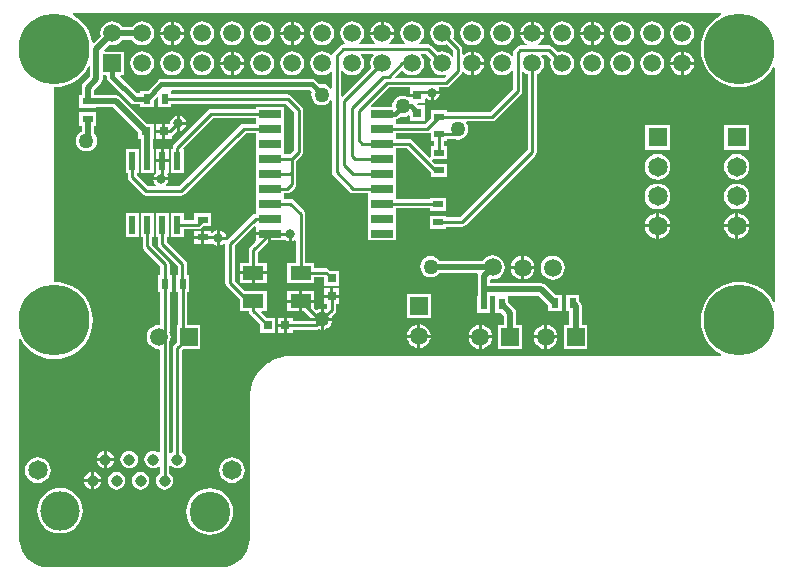
<source format=gtl>
G04*
G04 #@! TF.GenerationSoftware,Altium Limited,Altium Designer,18.1.9 (240)*
G04*
G04 Layer_Physical_Order=1*
G04 Layer_Color=255*
%FSAX25Y25*%
%MOIN*%
G70*
G01*
G75*
%ADD12C,0.01000*%
%ADD16R,0.02362X0.03543*%
%ADD17R,0.02362X0.05906*%
%ADD18R,0.07480X0.02559*%
%ADD19R,0.07087X0.04724*%
%ADD20R,0.03150X0.03150*%
%ADD21R,0.03150X0.03150*%
%ADD22R,0.03543X0.02362*%
%ADD41C,0.02000*%
%ADD42C,0.01575*%
%ADD43R,0.05906X0.05906*%
%ADD44C,0.05906*%
%ADD45C,0.23622*%
%ADD46C,0.06496*%
%ADD47C,0.13110*%
%ADD48C,0.13504*%
%ADD49C,0.03819*%
%ADD50R,0.06496X0.06496*%
%ADD51C,0.05906*%
%ADD52C,0.05910*%
%ADD53R,0.05906X0.05906*%
%ADD54C,0.05000*%
%ADD55C,0.03150*%
G36*
X0630082Y0413824D02*
X0630223Y0413324D01*
X0628793Y0412448D01*
X0627260Y0411138D01*
X0625950Y0409605D01*
X0624896Y0407885D01*
X0624125Y0406022D01*
X0623654Y0404062D01*
X0623496Y0402051D01*
X0623654Y0400041D01*
X0624125Y0398080D01*
X0624896Y0396217D01*
X0625950Y0394498D01*
X0627260Y0392964D01*
X0628793Y0391655D01*
X0630512Y0390601D01*
X0632375Y0389829D01*
X0634336Y0389359D01*
X0636346Y0389201D01*
X0638357Y0389359D01*
X0640317Y0389829D01*
X0642180Y0390601D01*
X0643900Y0391655D01*
X0645433Y0392964D01*
X0646743Y0394498D01*
X0647619Y0395928D01*
X0648119Y0395786D01*
Y0317765D01*
X0647619Y0317624D01*
X0646743Y0319053D01*
X0645433Y0320587D01*
X0643900Y0321896D01*
X0642180Y0322950D01*
X0640317Y0323722D01*
X0638357Y0324192D01*
X0636346Y0324351D01*
X0634336Y0324192D01*
X0632375Y0323722D01*
X0630512Y0322950D01*
X0628793Y0321896D01*
X0627260Y0320587D01*
X0625950Y0319053D01*
X0624896Y0317334D01*
X0624125Y0315471D01*
X0623654Y0313510D01*
X0623496Y0311500D01*
X0623654Y0309490D01*
X0624125Y0307529D01*
X0624896Y0305666D01*
X0625950Y0303947D01*
X0627260Y0302413D01*
X0628793Y0301104D01*
X0630223Y0300227D01*
X0630082Y0299728D01*
X0487008Y0299728D01*
X0486996Y0299725D01*
X0486983Y0299727D01*
X0486211Y0299718D01*
X0486093Y0299693D01*
X0485973Y0299701D01*
X0484442Y0299499D01*
X0484316Y0299457D01*
X0484184Y0299448D01*
X0482692Y0299048D01*
X0482573Y0298990D01*
X0482443Y0298964D01*
X0481016Y0298372D01*
X0480906Y0298299D01*
X0480781Y0298256D01*
X0479443Y0297484D01*
X0479343Y0297396D01*
X0479224Y0297338D01*
X0477998Y0296397D01*
X0477911Y0296298D01*
X0477801Y0296224D01*
X0476709Y0295132D01*
X0476635Y0295022D01*
X0476536Y0294935D01*
X0475595Y0293709D01*
X0475536Y0293590D01*
X0475449Y0293491D01*
X0474677Y0292153D01*
X0474634Y0292027D01*
X0474561Y0291917D01*
X0473969Y0290490D01*
X0473944Y0290360D01*
X0473885Y0290241D01*
X0473485Y0288749D01*
X0473477Y0288617D01*
X0473434Y0288491D01*
X0473232Y0286960D01*
X0473239Y0286860D01*
X0473216Y0286763D01*
X0473191Y0285991D01*
X0473196Y0285958D01*
X0473190Y0285925D01*
Y0239075D01*
X0473190Y0238432D01*
X0473022Y0237158D01*
X0472689Y0235917D01*
X0472198Y0234729D01*
X0471555Y0233616D01*
X0470773Y0232597D01*
X0469864Y0231688D01*
X0468844Y0230906D01*
X0467731Y0230263D01*
X0466544Y0229771D01*
X0465303Y0229438D01*
X0464028Y0229271D01*
X0463386Y0229271D01*
X0405389D01*
X0404115Y0229438D01*
X0402873Y0229771D01*
X0401686Y0230263D01*
X0400573Y0230906D01*
X0399553Y0231688D01*
X0398645Y0232597D01*
X0397862Y0233616D01*
X0397220Y0234729D01*
X0396728Y0235917D01*
X0396395Y0237158D01*
X0396228Y0238432D01*
Y0239075D01*
Y0305235D01*
X0396727Y0305376D01*
X0397604Y0303947D01*
X0398913Y0302413D01*
X0400447Y0301104D01*
X0402166Y0300050D01*
X0404029Y0299278D01*
X0405990Y0298808D01*
X0408000Y0298649D01*
X0410010Y0298808D01*
X0411971Y0299278D01*
X0413834Y0300050D01*
X0415553Y0301104D01*
X0417087Y0302413D01*
X0418396Y0303947D01*
X0419450Y0305666D01*
X0420222Y0307529D01*
X0420692Y0309490D01*
X0420851Y0311500D01*
X0420692Y0313510D01*
X0420222Y0315471D01*
X0419450Y0317334D01*
X0418396Y0319053D01*
X0417087Y0320587D01*
X0415553Y0321896D01*
X0413834Y0322950D01*
X0411971Y0323722D01*
X0410010Y0324192D01*
X0408000Y0324351D01*
Y0389201D01*
X0410010Y0389359D01*
X0411971Y0389829D01*
X0413834Y0390601D01*
X0415553Y0391655D01*
X0417087Y0392964D01*
X0418396Y0394498D01*
X0419450Y0396217D01*
X0419518Y0396380D01*
X0420008Y0396283D01*
Y0392872D01*
X0417653Y0390517D01*
X0417210Y0389855D01*
X0417055Y0389075D01*
Y0386728D01*
X0416323D01*
Y0382366D01*
X0421866D01*
Y0382508D01*
X0427699D01*
X0436008Y0374199D01*
Y0371933D01*
X0436898D01*
Y0368618D01*
X0436756D01*
Y0360713D01*
X0441118D01*
Y0368618D01*
X0440976D01*
Y0371933D01*
X0441157D01*
Y0377083D01*
X0438892D01*
X0429985Y0385989D01*
X0429324Y0386431D01*
X0428543Y0386586D01*
X0421866D01*
Y0386728D01*
X0421134D01*
Y0388230D01*
X0423489Y0390586D01*
X0423931Y0391247D01*
X0424086Y0392028D01*
Y0393232D01*
X0425171D01*
X0425441Y0392815D01*
X0425580Y0392118D01*
X0425975Y0391526D01*
X0433455Y0384046D01*
X0433455Y0384046D01*
X0434047Y0383651D01*
X0434744Y0383512D01*
X0434744Y0383512D01*
X0436697D01*
Y0382563D01*
X0441059D01*
Y0384939D01*
X0442140Y0386020D01*
X0442602Y0385828D01*
Y0382563D01*
X0446965D01*
Y0383805D01*
X0485095D01*
X0487939Y0380961D01*
Y0368448D01*
X0486453Y0366963D01*
X0484563D01*
Y0367653D01*
X0484563Y0367713D01*
Y0368154D01*
X0484563Y0368213D01*
Y0372654D01*
X0484563Y0372713D01*
Y0373153D01*
X0484563Y0373213D01*
Y0377654D01*
X0484563Y0377713D01*
Y0378153D01*
X0484563Y0378213D01*
Y0382713D01*
X0475083D01*
Y0381962D01*
X0460256D01*
X0459671Y0381846D01*
X0459174Y0381515D01*
X0447856Y0370196D01*
X0447524Y0369699D01*
X0447408Y0369114D01*
Y0368618D01*
X0446756D01*
Y0360713D01*
X0451118D01*
Y0368618D01*
X0451118D01*
X0450968Y0368982D01*
X0460889Y0378904D01*
X0475083D01*
Y0378213D01*
X0475083Y0378153D01*
Y0377713D01*
X0475083Y0377654D01*
Y0376962D01*
X0471102D01*
X0470517Y0376846D01*
X0470021Y0376515D01*
X0449697Y0356191D01*
X0445341D01*
X0445189Y0356691D01*
X0445360Y0356805D01*
X0445929Y0357657D01*
X0446030Y0358161D01*
X0440978D01*
X0441079Y0357657D01*
X0441648Y0356805D01*
X0441819Y0356691D01*
X0441667Y0356191D01*
X0439181D01*
X0435466Y0359905D01*
Y0360713D01*
X0436118D01*
Y0368618D01*
X0431756D01*
Y0360713D01*
X0432408D01*
Y0359272D01*
X0432524Y0358686D01*
X0432856Y0358190D01*
X0437466Y0353580D01*
X0437962Y0353249D01*
X0438547Y0353132D01*
X0450331D01*
X0450916Y0353249D01*
X0451412Y0353580D01*
X0471736Y0373904D01*
X0475083D01*
Y0373213D01*
X0475083Y0373153D01*
Y0372713D01*
X0475083Y0372654D01*
Y0368213D01*
X0475083Y0368154D01*
Y0367713D01*
X0475083Y0367653D01*
Y0363154D01*
X0475083D01*
Y0362713D01*
X0475083D01*
Y0358154D01*
X0475083D01*
Y0357713D01*
X0475083D01*
Y0353213D01*
X0475083Y0353153D01*
Y0352713D01*
X0475083Y0352654D01*
Y0348213D01*
X0475083Y0348153D01*
Y0347713D01*
X0475083Y0347654D01*
Y0346962D01*
X0475059D01*
X0474474Y0346846D01*
X0473978Y0346515D01*
X0465681Y0338218D01*
X0465220Y0338464D01*
X0465223Y0338476D01*
X0463197D01*
Y0336451D01*
X0463701Y0336551D01*
X0464536Y0337108D01*
X0464624Y0337087D01*
X0465006Y0336909D01*
Y0323917D01*
X0465123Y0323332D01*
X0465454Y0322836D01*
X0469809Y0318481D01*
Y0314561D01*
X0472835D01*
X0472939Y0314039D01*
X0473271Y0313543D01*
X0476559Y0310254D01*
Y0307268D01*
X0481709D01*
Y0312417D01*
X0478722D01*
X0477041Y0314099D01*
X0477232Y0314561D01*
X0478895D01*
Y0321285D01*
X0471331D01*
X0468065Y0324551D01*
Y0336276D01*
X0474640Y0342851D01*
X0475083Y0342587D01*
Y0340933D01*
X0479823D01*
Y0340433D01*
X0480323D01*
Y0338154D01*
X0484563D01*
Y0338184D01*
X0485063Y0338439D01*
X0485708Y0338008D01*
X0486213Y0337907D01*
Y0340433D01*
X0487213D01*
Y0337907D01*
X0487717Y0338008D01*
X0488071Y0338244D01*
X0488571Y0337977D01*
Y0330734D01*
X0485557D01*
Y0324009D01*
X0494643D01*
Y0325842D01*
X0497819D01*
Y0322917D01*
X0502969D01*
Y0328067D01*
X0499982D01*
X0499596Y0328453D01*
X0499099Y0328785D01*
X0498514Y0328901D01*
X0494643D01*
Y0330734D01*
X0491629D01*
Y0347006D01*
X0491513Y0347592D01*
X0491181Y0348088D01*
X0487755Y0351515D01*
X0487258Y0351846D01*
X0486673Y0351962D01*
X0484563D01*
Y0352654D01*
X0484563Y0352713D01*
Y0353153D01*
X0484563Y0353213D01*
Y0353904D01*
X0485650D01*
X0486235Y0354020D01*
X0486731Y0354352D01*
X0488168Y0355789D01*
X0488500Y0356285D01*
X0488616Y0356870D01*
Y0361102D01*
Y0364800D01*
X0490550Y0366734D01*
X0490881Y0367230D01*
X0490998Y0367815D01*
Y0381594D01*
X0490881Y0382180D01*
X0490550Y0382676D01*
X0486810Y0386416D01*
X0486314Y0386748D01*
X0485728Y0386864D01*
X0446965D01*
Y0388106D01*
X0447370Y0388335D01*
X0493044D01*
X0493726Y0387653D01*
X0493615Y0386811D01*
X0493736Y0385897D01*
X0494088Y0385046D01*
X0494649Y0384315D01*
X0495381Y0383754D01*
X0496232Y0383401D01*
X0497146Y0383281D01*
X0498059Y0383401D01*
X0498911Y0383754D01*
X0499642Y0384315D01*
X0500037Y0384830D01*
X0500537Y0384661D01*
Y0360925D01*
X0500654Y0360340D01*
X0500985Y0359844D01*
X0506478Y0354352D01*
X0506974Y0354020D01*
X0507559Y0353904D01*
X0512484D01*
Y0353213D01*
X0512484Y0353153D01*
Y0352713D01*
X0512484Y0352654D01*
Y0348213D01*
X0512484Y0348153D01*
Y0347713D01*
X0512484Y0347654D01*
Y0343213D01*
X0512484Y0343154D01*
Y0342713D01*
X0512484Y0342653D01*
Y0338154D01*
X0521965D01*
Y0342653D01*
X0521965Y0342713D01*
Y0343154D01*
X0521965Y0343213D01*
Y0347654D01*
X0521965Y0347713D01*
Y0348153D01*
X0521965Y0348213D01*
Y0348904D01*
X0533153D01*
Y0348016D01*
X0538697D01*
Y0352378D01*
X0533153D01*
Y0351962D01*
X0521965D01*
Y0352654D01*
X0521965Y0352713D01*
Y0353153D01*
X0521965Y0353213D01*
Y0357713D01*
X0521965D01*
Y0358154D01*
X0521965D01*
Y0362713D01*
X0521965D01*
Y0363154D01*
X0521965D01*
Y0367713D01*
X0521965D01*
Y0368154D01*
X0521965D01*
Y0368904D01*
X0525489D01*
X0533449Y0360943D01*
Y0359335D01*
X0538992D01*
Y0363697D01*
X0535021D01*
X0533940Y0364778D01*
X0534131Y0365240D01*
X0538992D01*
Y0369602D01*
X0537750D01*
Y0371342D01*
X0538992D01*
Y0371994D01*
X0540748D01*
X0541150Y0372074D01*
X0541606Y0371885D01*
X0542520Y0371765D01*
X0543433Y0371885D01*
X0544285Y0372238D01*
X0545016Y0372799D01*
X0545577Y0373530D01*
X0545930Y0374382D01*
X0546050Y0375295D01*
X0545930Y0376209D01*
X0545577Y0377060D01*
X0545317Y0377400D01*
X0545563Y0377900D01*
X0553839D01*
X0554424Y0378016D01*
X0554920Y0378348D01*
X0563483Y0386911D01*
X0563814Y0387407D01*
X0563931Y0387992D01*
Y0394258D01*
X0564404Y0394418D01*
X0564445Y0394366D01*
X0565270Y0393732D01*
X0565734Y0393540D01*
Y0368193D01*
X0543363Y0345821D01*
X0538697D01*
Y0346472D01*
X0533153D01*
Y0342110D01*
X0538697D01*
Y0342762D01*
X0543996D01*
X0544581Y0342878D01*
X0545078Y0343210D01*
X0568345Y0366478D01*
X0568677Y0366974D01*
X0568793Y0367559D01*
Y0393540D01*
X0569257Y0393732D01*
X0570083Y0394366D01*
X0570716Y0395192D01*
X0571115Y0396153D01*
X0571251Y0397185D01*
X0571115Y0398217D01*
X0570716Y0399179D01*
X0570387Y0399608D01*
X0570633Y0400108D01*
X0572178D01*
X0573605Y0398681D01*
X0573413Y0398217D01*
X0573277Y0397185D01*
X0573413Y0396153D01*
X0573811Y0395192D01*
X0574445Y0394366D01*
X0575270Y0393732D01*
X0576232Y0393334D01*
X0577264Y0393198D01*
X0578296Y0393334D01*
X0579257Y0393732D01*
X0580083Y0394366D01*
X0580717Y0395192D01*
X0581115Y0396153D01*
X0581251Y0397185D01*
X0581115Y0398217D01*
X0580717Y0399179D01*
X0580083Y0400004D01*
X0579257Y0400638D01*
X0578296Y0401036D01*
X0577264Y0401172D01*
X0576232Y0401036D01*
X0575768Y0400844D01*
X0573892Y0402719D01*
X0573396Y0403051D01*
X0572811Y0403167D01*
X0569199D01*
X0569100Y0403667D01*
X0569257Y0403732D01*
X0570083Y0404366D01*
X0570716Y0405192D01*
X0571115Y0406153D01*
X0571185Y0406685D01*
X0563343D01*
X0563413Y0406153D01*
X0563811Y0405192D01*
X0564445Y0404366D01*
X0565270Y0403732D01*
X0565428Y0403667D01*
X0565328Y0403167D01*
X0563350D01*
X0562765Y0403051D01*
X0562269Y0402719D01*
X0561320Y0401770D01*
X0560989Y0401274D01*
X0560872Y0400689D01*
Y0399797D01*
X0560372Y0399627D01*
X0560083Y0400004D01*
X0559257Y0400638D01*
X0558296Y0401036D01*
X0557264Y0401172D01*
X0556232Y0401036D01*
X0555270Y0400638D01*
X0554445Y0400004D01*
X0553811Y0399179D01*
X0553413Y0398217D01*
X0553277Y0397185D01*
X0553413Y0396153D01*
X0553811Y0395192D01*
X0554445Y0394366D01*
X0555270Y0393732D01*
X0556232Y0393334D01*
X0557264Y0393198D01*
X0558296Y0393334D01*
X0559257Y0393732D01*
X0560083Y0394366D01*
X0560372Y0394743D01*
X0560872Y0394573D01*
Y0388626D01*
X0553205Y0380959D01*
X0538992D01*
Y0381610D01*
X0533449D01*
Y0378820D01*
X0531591Y0376962D01*
X0521965D01*
Y0377713D01*
X0521965D01*
Y0378154D01*
X0521965D01*
Y0378669D01*
X0522371Y0378749D01*
X0522962Y0379144D01*
X0523272Y0379455D01*
X0524114Y0379344D01*
X0525028Y0379464D01*
X0525879Y0379817D01*
X0526012Y0379919D01*
X0526461Y0379698D01*
Y0378134D01*
X0531610D01*
Y0383283D01*
X0529103D01*
X0528880Y0383562D01*
X0529090Y0384039D01*
X0531610D01*
Y0385379D01*
X0532047Y0385527D01*
X0532110Y0385539D01*
X0532952Y0384976D01*
X0533457Y0384876D01*
Y0387402D01*
X0533957D01*
Y0387902D01*
X0536482D01*
X0536382Y0388406D01*
X0536144Y0388762D01*
X0536380Y0389203D01*
X0538665D01*
X0539251Y0389319D01*
X0539747Y0389651D01*
X0543601Y0393505D01*
X0543933Y0394001D01*
X0543966Y0394168D01*
X0544240Y0394282D01*
X0544506Y0394319D01*
X0545270Y0393732D01*
X0546232Y0393334D01*
X0546764Y0393264D01*
Y0397185D01*
Y0401106D01*
X0546232Y0401036D01*
X0545270Y0400638D01*
X0544549Y0400084D01*
X0544049Y0400243D01*
Y0401929D01*
X0543933Y0402514D01*
X0543601Y0403011D01*
X0540923Y0405689D01*
X0541115Y0406153D01*
X0541251Y0407185D01*
X0541115Y0408217D01*
X0540717Y0409178D01*
X0540083Y0410004D01*
X0539257Y0410638D01*
X0538296Y0411036D01*
X0537264Y0411172D01*
X0536232Y0411036D01*
X0535270Y0410638D01*
X0534445Y0410004D01*
X0533811Y0409178D01*
X0533413Y0408217D01*
X0533277Y0407185D01*
X0533413Y0406153D01*
X0533811Y0405192D01*
X0534445Y0404366D01*
X0535270Y0403732D01*
X0536232Y0403334D01*
X0537264Y0403198D01*
X0538296Y0403334D01*
X0538760Y0403526D01*
X0540990Y0401296D01*
Y0399643D01*
X0540490Y0399473D01*
X0540083Y0400004D01*
X0539257Y0400638D01*
X0538296Y0401036D01*
X0537264Y0401172D01*
X0536232Y0401036D01*
X0535768Y0400844D01*
X0533562Y0403050D01*
X0533066Y0403381D01*
X0532480Y0403498D01*
X0529773D01*
X0529603Y0403998D01*
X0530083Y0404366D01*
X0530717Y0405192D01*
X0531115Y0406153D01*
X0531251Y0407185D01*
X0531115Y0408217D01*
X0530717Y0409178D01*
X0530083Y0410004D01*
X0529257Y0410638D01*
X0528296Y0411036D01*
X0527264Y0411172D01*
X0526232Y0411036D01*
X0525270Y0410638D01*
X0524445Y0410004D01*
X0523811Y0409178D01*
X0523413Y0408217D01*
X0523277Y0407185D01*
X0523413Y0406153D01*
X0523811Y0405192D01*
X0524445Y0404366D01*
X0524924Y0403998D01*
X0524754Y0403498D01*
X0519773D01*
X0519603Y0403998D01*
X0520083Y0404366D01*
X0520716Y0405192D01*
X0521115Y0406153D01*
X0521185Y0406685D01*
X0513343D01*
X0513413Y0406153D01*
X0513811Y0405192D01*
X0514445Y0404366D01*
X0514924Y0403998D01*
X0514754Y0403498D01*
X0509773D01*
X0509603Y0403998D01*
X0510083Y0404366D01*
X0510716Y0405192D01*
X0511115Y0406153D01*
X0511251Y0407185D01*
X0511115Y0408217D01*
X0510716Y0409178D01*
X0510083Y0410004D01*
X0509257Y0410638D01*
X0508296Y0411036D01*
X0507264Y0411172D01*
X0506232Y0411036D01*
X0505270Y0410638D01*
X0504445Y0410004D01*
X0503811Y0409178D01*
X0503413Y0408217D01*
X0503277Y0407185D01*
X0503413Y0406153D01*
X0503811Y0405192D01*
X0504445Y0404366D01*
X0504924Y0403998D01*
X0504754Y0403498D01*
X0504331D01*
X0503745Y0403381D01*
X0503249Y0403050D01*
X0500985Y0400786D01*
X0500654Y0400290D01*
X0500621Y0400124D01*
X0500086Y0400000D01*
X0500083Y0400004D01*
X0499257Y0400638D01*
X0498296Y0401036D01*
X0497264Y0401172D01*
X0496232Y0401036D01*
X0495270Y0400638D01*
X0494445Y0400004D01*
X0493811Y0399179D01*
X0493413Y0398217D01*
X0493277Y0397185D01*
X0493413Y0396153D01*
X0493811Y0395192D01*
X0494445Y0394366D01*
X0495270Y0393732D01*
X0496232Y0393334D01*
X0497264Y0393198D01*
X0498296Y0393334D01*
X0499257Y0393732D01*
X0500037Y0394331D01*
X0500406Y0394256D01*
X0500537Y0394212D01*
Y0388961D01*
X0500037Y0388792D01*
X0499642Y0389307D01*
X0498911Y0389868D01*
X0498059Y0390221D01*
X0497146Y0390341D01*
X0496304Y0390230D01*
X0495088Y0391446D01*
X0494497Y0391841D01*
X0493799Y0391980D01*
X0493799Y0391980D01*
X0443701D01*
X0443701Y0391980D01*
X0443003Y0391841D01*
X0442412Y0391446D01*
X0442412Y0391446D01*
X0439072Y0388106D01*
X0436697D01*
Y0387157D01*
X0435499D01*
X0429886Y0392770D01*
X0430077Y0393232D01*
X0431216D01*
Y0401138D01*
X0424754D01*
X0424562Y0401600D01*
X0426289Y0403327D01*
X0427264Y0403198D01*
X0428296Y0403334D01*
X0429257Y0403732D01*
X0430083Y0404366D01*
X0430681Y0405146D01*
X0433846D01*
X0434445Y0404366D01*
X0435270Y0403732D01*
X0436232Y0403334D01*
X0437264Y0403198D01*
X0438296Y0403334D01*
X0439257Y0403732D01*
X0440083Y0404366D01*
X0440717Y0405192D01*
X0441115Y0406153D01*
X0441251Y0407185D01*
X0441115Y0408217D01*
X0440717Y0409178D01*
X0440083Y0410004D01*
X0439257Y0410638D01*
X0438296Y0411036D01*
X0437264Y0411172D01*
X0436232Y0411036D01*
X0435270Y0410638D01*
X0434445Y0410004D01*
X0433846Y0409224D01*
X0430681D01*
X0430083Y0410004D01*
X0429257Y0410638D01*
X0428296Y0411036D01*
X0427264Y0411172D01*
X0426232Y0411036D01*
X0425270Y0410638D01*
X0424445Y0410004D01*
X0423811Y0409178D01*
X0423413Y0408217D01*
X0423277Y0407185D01*
X0423405Y0406210D01*
X0421142Y0403947D01*
X0420665Y0404177D01*
X0420222Y0406022D01*
X0419450Y0407885D01*
X0418396Y0409605D01*
X0417087Y0411138D01*
X0415553Y0412448D01*
X0414124Y0413324D01*
X0414265Y0413824D01*
X0630082Y0413824D01*
D02*
G37*
G36*
X0533605Y0398681D02*
X0533413Y0398217D01*
X0533277Y0397185D01*
X0533413Y0396153D01*
X0533811Y0395192D01*
X0534445Y0394366D01*
X0535270Y0393732D01*
X0536232Y0393334D01*
X0537264Y0393198D01*
X0538296Y0393334D01*
X0538469Y0393406D01*
X0538752Y0392982D01*
X0538032Y0392262D01*
X0521900D01*
X0521708Y0392724D01*
X0523702Y0394717D01*
X0524200Y0394684D01*
X0524445Y0394366D01*
X0525270Y0393732D01*
X0526232Y0393334D01*
X0527264Y0393198D01*
X0528296Y0393334D01*
X0529257Y0393732D01*
X0530083Y0394366D01*
X0530717Y0395192D01*
X0531115Y0396153D01*
X0531251Y0397185D01*
X0531115Y0398217D01*
X0530717Y0399179D01*
X0530133Y0399939D01*
X0530254Y0400439D01*
X0531847D01*
X0533605Y0398681D01*
D02*
G37*
G36*
X0514395Y0399939D02*
X0513811Y0399179D01*
X0513413Y0398217D01*
X0513277Y0397185D01*
X0513413Y0396153D01*
X0513605Y0395689D01*
X0504058Y0386142D01*
X0503596Y0386334D01*
Y0394650D01*
X0504096Y0394820D01*
X0504445Y0394366D01*
X0505270Y0393732D01*
X0506232Y0393334D01*
X0507264Y0393198D01*
X0508296Y0393334D01*
X0509257Y0393732D01*
X0510083Y0394366D01*
X0510716Y0395192D01*
X0511115Y0396153D01*
X0511251Y0397185D01*
X0511115Y0398217D01*
X0510716Y0399179D01*
X0510133Y0399939D01*
X0510253Y0400439D01*
X0514274D01*
X0514395Y0399939D01*
D02*
G37*
G36*
X0526461Y0389189D02*
Y0387114D01*
X0529035D01*
Y0386114D01*
X0526461D01*
Y0386050D01*
X0526012Y0385829D01*
X0525879Y0385931D01*
X0525028Y0386284D01*
X0524114Y0386404D01*
X0523201Y0386284D01*
X0522349Y0385931D01*
X0521618Y0385370D01*
X0521057Y0384639D01*
X0520704Y0383788D01*
X0520584Y0382874D01*
X0520442Y0382713D01*
X0513678D01*
X0513487Y0383174D01*
X0519515Y0389203D01*
X0525966D01*
X0526461Y0389189D01*
D02*
G37*
G36*
X0533449Y0373846D02*
Y0371342D01*
X0534691D01*
Y0369602D01*
X0533449D01*
Y0365922D01*
X0532987Y0365731D01*
X0527204Y0371515D01*
X0526707Y0371846D01*
X0526122Y0371962D01*
X0521965D01*
Y0372713D01*
X0521965D01*
Y0373154D01*
X0521965D01*
Y0373904D01*
X0532224D01*
X0532810Y0374020D01*
X0532949Y0374113D01*
X0533449Y0373846D01*
D02*
G37*
%LPC*%
G36*
X0587764Y0411106D02*
Y0407685D01*
X0591185D01*
X0591115Y0408217D01*
X0590717Y0409178D01*
X0590083Y0410004D01*
X0589257Y0410638D01*
X0588296Y0411036D01*
X0587764Y0411106D01*
D02*
G37*
G36*
X0586764D02*
X0586232Y0411036D01*
X0585270Y0410638D01*
X0584445Y0410004D01*
X0583811Y0409178D01*
X0583413Y0408217D01*
X0583343Y0407685D01*
X0586764D01*
Y0411106D01*
D02*
G37*
G36*
X0567764D02*
Y0407685D01*
X0571185D01*
X0571115Y0408217D01*
X0570716Y0409178D01*
X0570083Y0410004D01*
X0569257Y0410638D01*
X0568296Y0411036D01*
X0567764Y0411106D01*
D02*
G37*
G36*
X0566764D02*
X0566232Y0411036D01*
X0565270Y0410638D01*
X0564445Y0410004D01*
X0563811Y0409178D01*
X0563413Y0408217D01*
X0563343Y0407685D01*
X0566764D01*
Y0411106D01*
D02*
G37*
G36*
X0517764D02*
Y0407685D01*
X0521185D01*
X0521115Y0408217D01*
X0520716Y0409178D01*
X0520083Y0410004D01*
X0519257Y0410638D01*
X0518296Y0411036D01*
X0517764Y0411106D01*
D02*
G37*
G36*
X0516764D02*
X0516232Y0411036D01*
X0515270Y0410638D01*
X0514445Y0410004D01*
X0513811Y0409178D01*
X0513413Y0408217D01*
X0513343Y0407685D01*
X0516764D01*
Y0411106D01*
D02*
G37*
G36*
X0487764D02*
Y0407685D01*
X0491185D01*
X0491115Y0408217D01*
X0490717Y0409178D01*
X0490083Y0410004D01*
X0489257Y0410638D01*
X0488296Y0411036D01*
X0487764Y0411106D01*
D02*
G37*
G36*
X0486764D02*
X0486232Y0411036D01*
X0485270Y0410638D01*
X0484445Y0410004D01*
X0483811Y0409178D01*
X0483413Y0408217D01*
X0483343Y0407685D01*
X0486764D01*
Y0411106D01*
D02*
G37*
G36*
X0447764D02*
Y0407685D01*
X0451185D01*
X0451115Y0408217D01*
X0450716Y0409178D01*
X0450083Y0410004D01*
X0449257Y0410638D01*
X0448296Y0411036D01*
X0447764Y0411106D01*
D02*
G37*
G36*
X0446764D02*
X0446232Y0411036D01*
X0445270Y0410638D01*
X0444445Y0410004D01*
X0443811Y0409178D01*
X0443413Y0408217D01*
X0443343Y0407685D01*
X0446764D01*
Y0411106D01*
D02*
G37*
G36*
X0591185Y0406685D02*
X0587764D01*
Y0403264D01*
X0588296Y0403334D01*
X0589257Y0403732D01*
X0590083Y0404366D01*
X0590717Y0405192D01*
X0591115Y0406153D01*
X0591185Y0406685D01*
D02*
G37*
G36*
X0586764D02*
X0583343D01*
X0583413Y0406153D01*
X0583811Y0405192D01*
X0584445Y0404366D01*
X0585270Y0403732D01*
X0586232Y0403334D01*
X0586764Y0403264D01*
Y0406685D01*
D02*
G37*
G36*
X0491185D02*
X0487764D01*
Y0403264D01*
X0488296Y0403334D01*
X0489257Y0403732D01*
X0490083Y0404366D01*
X0490717Y0405192D01*
X0491115Y0406153D01*
X0491185Y0406685D01*
D02*
G37*
G36*
X0486764D02*
X0483343D01*
X0483413Y0406153D01*
X0483811Y0405192D01*
X0484445Y0404366D01*
X0485270Y0403732D01*
X0486232Y0403334D01*
X0486764Y0403264D01*
Y0406685D01*
D02*
G37*
G36*
X0451185D02*
X0447764D01*
Y0403264D01*
X0448296Y0403334D01*
X0449257Y0403732D01*
X0450083Y0404366D01*
X0450716Y0405192D01*
X0451115Y0406153D01*
X0451185Y0406685D01*
D02*
G37*
G36*
X0446764D02*
X0443343D01*
X0443413Y0406153D01*
X0443811Y0405192D01*
X0444445Y0404366D01*
X0445270Y0403732D01*
X0446232Y0403334D01*
X0446764Y0403264D01*
Y0406685D01*
D02*
G37*
G36*
X0617264Y0411172D02*
X0616232Y0411036D01*
X0615270Y0410638D01*
X0614445Y0410004D01*
X0613811Y0409178D01*
X0613413Y0408217D01*
X0613277Y0407185D01*
X0613413Y0406153D01*
X0613811Y0405192D01*
X0614445Y0404366D01*
X0615270Y0403732D01*
X0616232Y0403334D01*
X0617264Y0403198D01*
X0618296Y0403334D01*
X0619257Y0403732D01*
X0620083Y0404366D01*
X0620716Y0405192D01*
X0621115Y0406153D01*
X0621251Y0407185D01*
X0621115Y0408217D01*
X0620716Y0409178D01*
X0620083Y0410004D01*
X0619257Y0410638D01*
X0618296Y0411036D01*
X0617264Y0411172D01*
D02*
G37*
G36*
X0607264D02*
X0606232Y0411036D01*
X0605270Y0410638D01*
X0604445Y0410004D01*
X0603811Y0409178D01*
X0603413Y0408217D01*
X0603277Y0407185D01*
X0603413Y0406153D01*
X0603811Y0405192D01*
X0604445Y0404366D01*
X0605270Y0403732D01*
X0606232Y0403334D01*
X0607264Y0403198D01*
X0608296Y0403334D01*
X0609257Y0403732D01*
X0610083Y0404366D01*
X0610716Y0405192D01*
X0611115Y0406153D01*
X0611251Y0407185D01*
X0611115Y0408217D01*
X0610716Y0409178D01*
X0610083Y0410004D01*
X0609257Y0410638D01*
X0608296Y0411036D01*
X0607264Y0411172D01*
D02*
G37*
G36*
X0597264D02*
X0596232Y0411036D01*
X0595270Y0410638D01*
X0594445Y0410004D01*
X0593811Y0409178D01*
X0593413Y0408217D01*
X0593277Y0407185D01*
X0593413Y0406153D01*
X0593811Y0405192D01*
X0594445Y0404366D01*
X0595270Y0403732D01*
X0596232Y0403334D01*
X0597264Y0403198D01*
X0598296Y0403334D01*
X0599257Y0403732D01*
X0600083Y0404366D01*
X0600716Y0405192D01*
X0601115Y0406153D01*
X0601251Y0407185D01*
X0601115Y0408217D01*
X0600716Y0409178D01*
X0600083Y0410004D01*
X0599257Y0410638D01*
X0598296Y0411036D01*
X0597264Y0411172D01*
D02*
G37*
G36*
X0577264D02*
X0576232Y0411036D01*
X0575270Y0410638D01*
X0574445Y0410004D01*
X0573811Y0409178D01*
X0573413Y0408217D01*
X0573277Y0407185D01*
X0573413Y0406153D01*
X0573811Y0405192D01*
X0574445Y0404366D01*
X0575270Y0403732D01*
X0576232Y0403334D01*
X0577264Y0403198D01*
X0578296Y0403334D01*
X0579257Y0403732D01*
X0580083Y0404366D01*
X0580717Y0405192D01*
X0581115Y0406153D01*
X0581251Y0407185D01*
X0581115Y0408217D01*
X0580717Y0409178D01*
X0580083Y0410004D01*
X0579257Y0410638D01*
X0578296Y0411036D01*
X0577264Y0411172D01*
D02*
G37*
G36*
X0557264D02*
X0556232Y0411036D01*
X0555270Y0410638D01*
X0554445Y0410004D01*
X0553811Y0409178D01*
X0553413Y0408217D01*
X0553277Y0407185D01*
X0553413Y0406153D01*
X0553811Y0405192D01*
X0554445Y0404366D01*
X0555270Y0403732D01*
X0556232Y0403334D01*
X0557264Y0403198D01*
X0558296Y0403334D01*
X0559257Y0403732D01*
X0560083Y0404366D01*
X0560716Y0405192D01*
X0561115Y0406153D01*
X0561251Y0407185D01*
X0561115Y0408217D01*
X0560716Y0409178D01*
X0560083Y0410004D01*
X0559257Y0410638D01*
X0558296Y0411036D01*
X0557264Y0411172D01*
D02*
G37*
G36*
X0547264D02*
X0546232Y0411036D01*
X0545270Y0410638D01*
X0544445Y0410004D01*
X0543811Y0409178D01*
X0543413Y0408217D01*
X0543277Y0407185D01*
X0543413Y0406153D01*
X0543811Y0405192D01*
X0544445Y0404366D01*
X0545270Y0403732D01*
X0546232Y0403334D01*
X0547264Y0403198D01*
X0548296Y0403334D01*
X0549257Y0403732D01*
X0550083Y0404366D01*
X0550716Y0405192D01*
X0551115Y0406153D01*
X0551251Y0407185D01*
X0551115Y0408217D01*
X0550716Y0409178D01*
X0550083Y0410004D01*
X0549257Y0410638D01*
X0548296Y0411036D01*
X0547264Y0411172D01*
D02*
G37*
G36*
X0497264D02*
X0496232Y0411036D01*
X0495270Y0410638D01*
X0494445Y0410004D01*
X0493811Y0409178D01*
X0493413Y0408217D01*
X0493277Y0407185D01*
X0493413Y0406153D01*
X0493811Y0405192D01*
X0494445Y0404366D01*
X0495270Y0403732D01*
X0496232Y0403334D01*
X0497264Y0403198D01*
X0498296Y0403334D01*
X0499257Y0403732D01*
X0500083Y0404366D01*
X0500716Y0405192D01*
X0501115Y0406153D01*
X0501251Y0407185D01*
X0501115Y0408217D01*
X0500716Y0409178D01*
X0500083Y0410004D01*
X0499257Y0410638D01*
X0498296Y0411036D01*
X0497264Y0411172D01*
D02*
G37*
G36*
X0477264D02*
X0476232Y0411036D01*
X0475270Y0410638D01*
X0474445Y0410004D01*
X0473811Y0409178D01*
X0473413Y0408217D01*
X0473277Y0407185D01*
X0473413Y0406153D01*
X0473811Y0405192D01*
X0474445Y0404366D01*
X0475270Y0403732D01*
X0476232Y0403334D01*
X0477264Y0403198D01*
X0478296Y0403334D01*
X0479257Y0403732D01*
X0480083Y0404366D01*
X0480717Y0405192D01*
X0481115Y0406153D01*
X0481251Y0407185D01*
X0481115Y0408217D01*
X0480717Y0409178D01*
X0480083Y0410004D01*
X0479257Y0410638D01*
X0478296Y0411036D01*
X0477264Y0411172D01*
D02*
G37*
G36*
X0467264D02*
X0466232Y0411036D01*
X0465270Y0410638D01*
X0464445Y0410004D01*
X0463811Y0409178D01*
X0463413Y0408217D01*
X0463277Y0407185D01*
X0463413Y0406153D01*
X0463811Y0405192D01*
X0464445Y0404366D01*
X0465270Y0403732D01*
X0466232Y0403334D01*
X0467264Y0403198D01*
X0468296Y0403334D01*
X0469257Y0403732D01*
X0470083Y0404366D01*
X0470716Y0405192D01*
X0471115Y0406153D01*
X0471251Y0407185D01*
X0471115Y0408217D01*
X0470716Y0409178D01*
X0470083Y0410004D01*
X0469257Y0410638D01*
X0468296Y0411036D01*
X0467264Y0411172D01*
D02*
G37*
G36*
X0457264D02*
X0456232Y0411036D01*
X0455270Y0410638D01*
X0454445Y0410004D01*
X0453811Y0409178D01*
X0453413Y0408217D01*
X0453277Y0407185D01*
X0453413Y0406153D01*
X0453811Y0405192D01*
X0454445Y0404366D01*
X0455270Y0403732D01*
X0456232Y0403334D01*
X0457264Y0403198D01*
X0458296Y0403334D01*
X0459257Y0403732D01*
X0460083Y0404366D01*
X0460716Y0405192D01*
X0461115Y0406153D01*
X0461251Y0407185D01*
X0461115Y0408217D01*
X0460716Y0409178D01*
X0460083Y0410004D01*
X0459257Y0410638D01*
X0458296Y0411036D01*
X0457264Y0411172D01*
D02*
G37*
G36*
X0617764Y0401106D02*
Y0397685D01*
X0621185D01*
X0621115Y0398217D01*
X0620716Y0399179D01*
X0620083Y0400004D01*
X0619257Y0400638D01*
X0618296Y0401036D01*
X0617764Y0401106D01*
D02*
G37*
G36*
X0616764D02*
X0616232Y0401036D01*
X0615270Y0400638D01*
X0614445Y0400004D01*
X0613811Y0399179D01*
X0613413Y0398217D01*
X0613343Y0397685D01*
X0616764D01*
Y0401106D01*
D02*
G37*
G36*
X0547764D02*
Y0397685D01*
X0551185D01*
X0551115Y0398217D01*
X0550716Y0399179D01*
X0550083Y0400004D01*
X0549257Y0400638D01*
X0548296Y0401036D01*
X0547764Y0401106D01*
D02*
G37*
G36*
X0467764D02*
Y0397685D01*
X0471185D01*
X0471115Y0398217D01*
X0470716Y0399179D01*
X0470083Y0400004D01*
X0469257Y0400638D01*
X0468296Y0401036D01*
X0467764Y0401106D01*
D02*
G37*
G36*
X0466764D02*
X0466232Y0401036D01*
X0465270Y0400638D01*
X0464445Y0400004D01*
X0463811Y0399179D01*
X0463413Y0398217D01*
X0463343Y0397685D01*
X0466764D01*
Y0401106D01*
D02*
G37*
G36*
X0621185Y0396685D02*
X0617764D01*
Y0393264D01*
X0618296Y0393334D01*
X0619257Y0393732D01*
X0620083Y0394366D01*
X0620716Y0395192D01*
X0621115Y0396153D01*
X0621185Y0396685D01*
D02*
G37*
G36*
X0616764D02*
X0613343D01*
X0613413Y0396153D01*
X0613811Y0395192D01*
X0614445Y0394366D01*
X0615270Y0393732D01*
X0616232Y0393334D01*
X0616764Y0393264D01*
Y0396685D01*
D02*
G37*
G36*
X0551185D02*
X0547764D01*
Y0393264D01*
X0548296Y0393334D01*
X0549257Y0393732D01*
X0550083Y0394366D01*
X0550716Y0395192D01*
X0551115Y0396153D01*
X0551185Y0396685D01*
D02*
G37*
G36*
X0471185D02*
X0467764D01*
Y0393264D01*
X0468296Y0393334D01*
X0469257Y0393732D01*
X0470083Y0394366D01*
X0470716Y0395192D01*
X0471115Y0396153D01*
X0471185Y0396685D01*
D02*
G37*
G36*
X0466764D02*
X0463343D01*
X0463413Y0396153D01*
X0463811Y0395192D01*
X0464445Y0394366D01*
X0465270Y0393732D01*
X0466232Y0393334D01*
X0466764Y0393264D01*
Y0396685D01*
D02*
G37*
G36*
X0607264Y0401172D02*
X0606232Y0401036D01*
X0605270Y0400638D01*
X0604445Y0400004D01*
X0603811Y0399179D01*
X0603413Y0398217D01*
X0603277Y0397185D01*
X0603413Y0396153D01*
X0603811Y0395192D01*
X0604445Y0394366D01*
X0605270Y0393732D01*
X0606232Y0393334D01*
X0607264Y0393198D01*
X0608296Y0393334D01*
X0609257Y0393732D01*
X0610083Y0394366D01*
X0610716Y0395192D01*
X0611115Y0396153D01*
X0611251Y0397185D01*
X0611115Y0398217D01*
X0610716Y0399179D01*
X0610083Y0400004D01*
X0609257Y0400638D01*
X0608296Y0401036D01*
X0607264Y0401172D01*
D02*
G37*
G36*
X0597264D02*
X0596232Y0401036D01*
X0595270Y0400638D01*
X0594445Y0400004D01*
X0593811Y0399179D01*
X0593413Y0398217D01*
X0593277Y0397185D01*
X0593413Y0396153D01*
X0593811Y0395192D01*
X0594445Y0394366D01*
X0595270Y0393732D01*
X0596232Y0393334D01*
X0597264Y0393198D01*
X0598296Y0393334D01*
X0599257Y0393732D01*
X0600083Y0394366D01*
X0600716Y0395192D01*
X0601115Y0396153D01*
X0601251Y0397185D01*
X0601115Y0398217D01*
X0600716Y0399179D01*
X0600083Y0400004D01*
X0599257Y0400638D01*
X0598296Y0401036D01*
X0597264Y0401172D01*
D02*
G37*
G36*
X0587264D02*
X0586232Y0401036D01*
X0585270Y0400638D01*
X0584445Y0400004D01*
X0583811Y0399179D01*
X0583413Y0398217D01*
X0583277Y0397185D01*
X0583413Y0396153D01*
X0583811Y0395192D01*
X0584445Y0394366D01*
X0585270Y0393732D01*
X0586232Y0393334D01*
X0587264Y0393198D01*
X0588296Y0393334D01*
X0589257Y0393732D01*
X0590083Y0394366D01*
X0590717Y0395192D01*
X0591115Y0396153D01*
X0591251Y0397185D01*
X0591115Y0398217D01*
X0590717Y0399179D01*
X0590083Y0400004D01*
X0589257Y0400638D01*
X0588296Y0401036D01*
X0587264Y0401172D01*
D02*
G37*
G36*
X0487264D02*
X0486232Y0401036D01*
X0485270Y0400638D01*
X0484445Y0400004D01*
X0483811Y0399179D01*
X0483413Y0398217D01*
X0483277Y0397185D01*
X0483413Y0396153D01*
X0483811Y0395192D01*
X0484445Y0394366D01*
X0485270Y0393732D01*
X0486232Y0393334D01*
X0487264Y0393198D01*
X0488296Y0393334D01*
X0489257Y0393732D01*
X0490083Y0394366D01*
X0490717Y0395192D01*
X0491115Y0396153D01*
X0491251Y0397185D01*
X0491115Y0398217D01*
X0490717Y0399179D01*
X0490083Y0400004D01*
X0489257Y0400638D01*
X0488296Y0401036D01*
X0487264Y0401172D01*
D02*
G37*
G36*
X0477264D02*
X0476232Y0401036D01*
X0475270Y0400638D01*
X0474445Y0400004D01*
X0473811Y0399179D01*
X0473413Y0398217D01*
X0473277Y0397185D01*
X0473413Y0396153D01*
X0473811Y0395192D01*
X0474445Y0394366D01*
X0475270Y0393732D01*
X0476232Y0393334D01*
X0477264Y0393198D01*
X0478296Y0393334D01*
X0479257Y0393732D01*
X0480083Y0394366D01*
X0480717Y0395192D01*
X0481115Y0396153D01*
X0481251Y0397185D01*
X0481115Y0398217D01*
X0480717Y0399179D01*
X0480083Y0400004D01*
X0479257Y0400638D01*
X0478296Y0401036D01*
X0477264Y0401172D01*
D02*
G37*
G36*
X0457264D02*
X0456232Y0401036D01*
X0455270Y0400638D01*
X0454445Y0400004D01*
X0453811Y0399179D01*
X0453413Y0398217D01*
X0453277Y0397185D01*
X0453413Y0396153D01*
X0453811Y0395192D01*
X0454445Y0394366D01*
X0455270Y0393732D01*
X0456232Y0393334D01*
X0457264Y0393198D01*
X0458296Y0393334D01*
X0459257Y0393732D01*
X0460083Y0394366D01*
X0460716Y0395192D01*
X0461115Y0396153D01*
X0461251Y0397185D01*
X0461115Y0398217D01*
X0460716Y0399179D01*
X0460083Y0400004D01*
X0459257Y0400638D01*
X0458296Y0401036D01*
X0457264Y0401172D01*
D02*
G37*
G36*
X0447264D02*
X0446232Y0401036D01*
X0445270Y0400638D01*
X0444445Y0400004D01*
X0443811Y0399179D01*
X0443413Y0398217D01*
X0443277Y0397185D01*
X0443413Y0396153D01*
X0443811Y0395192D01*
X0444445Y0394366D01*
X0445270Y0393732D01*
X0446232Y0393334D01*
X0447264Y0393198D01*
X0448296Y0393334D01*
X0449257Y0393732D01*
X0450083Y0394366D01*
X0450716Y0395192D01*
X0451115Y0396153D01*
X0451251Y0397185D01*
X0451115Y0398217D01*
X0450716Y0399179D01*
X0450083Y0400004D01*
X0449257Y0400638D01*
X0448296Y0401036D01*
X0447264Y0401172D01*
D02*
G37*
G36*
X0437264D02*
X0436232Y0401036D01*
X0435270Y0400638D01*
X0434445Y0400004D01*
X0433811Y0399179D01*
X0433413Y0398217D01*
X0433277Y0397185D01*
X0433413Y0396153D01*
X0433811Y0395192D01*
X0434445Y0394366D01*
X0435270Y0393732D01*
X0436232Y0393334D01*
X0437264Y0393198D01*
X0438296Y0393334D01*
X0439257Y0393732D01*
X0440083Y0394366D01*
X0440717Y0395192D01*
X0441115Y0396153D01*
X0441251Y0397185D01*
X0441115Y0398217D01*
X0440717Y0399179D01*
X0440083Y0400004D01*
X0439257Y0400638D01*
X0438296Y0401036D01*
X0437264Y0401172D01*
D02*
G37*
G36*
X0536482Y0386902D02*
X0534457D01*
Y0384876D01*
X0534961Y0384976D01*
X0535813Y0385545D01*
X0536382Y0386397D01*
X0536482Y0386902D01*
D02*
G37*
G36*
X0449811Y0379691D02*
Y0377665D01*
X0451837D01*
X0451736Y0378170D01*
X0451167Y0379022D01*
X0450316Y0379591D01*
X0449811Y0379691D01*
D02*
G37*
G36*
X0443988Y0377083D02*
X0441913D01*
Y0375008D01*
X0443988D01*
Y0377083D01*
D02*
G37*
G36*
X0451837Y0376665D02*
X0449811D01*
Y0374640D01*
X0450316Y0374740D01*
X0451167Y0375309D01*
X0451736Y0376161D01*
X0451837Y0376665D01*
D02*
G37*
G36*
X0448811Y0379691D02*
X0448306Y0379591D01*
X0447455Y0379022D01*
X0446886Y0378170D01*
X0446686Y0377165D01*
X0446618Y0377083D01*
X0444988D01*
Y0374508D01*
Y0371933D01*
X0447063D01*
Y0373060D01*
X0447239Y0373095D01*
X0447735Y0373426D01*
X0448811Y0374502D01*
Y0377165D01*
Y0379691D01*
D02*
G37*
G36*
X0443988Y0374008D02*
X0441913D01*
Y0371933D01*
X0443988D01*
Y0374008D01*
D02*
G37*
G36*
X0639681Y0376787D02*
X0631185D01*
Y0368291D01*
X0639681D01*
Y0376787D01*
D02*
G37*
G36*
X0613303D02*
X0604807D01*
Y0368291D01*
X0613303D01*
Y0376787D01*
D02*
G37*
G36*
X0421866Y0380823D02*
X0416323D01*
Y0376461D01*
X0417055D01*
Y0374465D01*
X0416936Y0374415D01*
X0416205Y0373854D01*
X0415644Y0373123D01*
X0415291Y0372272D01*
X0415171Y0371358D01*
X0415291Y0370445D01*
X0415644Y0369593D01*
X0416205Y0368862D01*
X0416936Y0368301D01*
X0417787Y0367948D01*
X0418701Y0367828D01*
X0419615Y0367948D01*
X0420466Y0368301D01*
X0421197Y0368862D01*
X0421758Y0369593D01*
X0422111Y0370445D01*
X0422231Y0371358D01*
X0422111Y0372272D01*
X0421758Y0373123D01*
X0421197Y0373854D01*
X0421134Y0373903D01*
Y0376461D01*
X0421866D01*
Y0380823D01*
D02*
G37*
G36*
X0446118Y0368618D02*
X0444437D01*
Y0365165D01*
X0446118D01*
Y0368618D01*
D02*
G37*
G36*
X0443437D02*
X0441756D01*
Y0365165D01*
X0443437D01*
Y0368618D01*
D02*
G37*
G36*
X0446118Y0364165D02*
X0441756D01*
Y0360713D01*
X0441511Y0360314D01*
X0441079Y0359666D01*
X0440978Y0359161D01*
X0446030D01*
X0445929Y0359666D01*
X0445564Y0360213D01*
X0445768Y0360713D01*
X0446118D01*
Y0364165D01*
D02*
G37*
G36*
X0635433Y0366982D02*
X0634324Y0366835D01*
X0633291Y0366407D01*
X0632403Y0365727D01*
X0631722Y0364839D01*
X0631294Y0363806D01*
X0631148Y0362697D01*
X0631294Y0361588D01*
X0631722Y0360555D01*
X0632403Y0359667D01*
X0633291Y0358986D01*
X0634324Y0358558D01*
X0635433Y0358412D01*
X0636542Y0358558D01*
X0637575Y0358986D01*
X0638463Y0359667D01*
X0639144Y0360555D01*
X0639572Y0361588D01*
X0639718Y0362697D01*
X0639572Y0363806D01*
X0639144Y0364839D01*
X0638463Y0365727D01*
X0637575Y0366407D01*
X0636542Y0366835D01*
X0635433Y0366982D01*
D02*
G37*
G36*
X0609055D02*
X0607946Y0366835D01*
X0606913Y0366407D01*
X0606025Y0365727D01*
X0605344Y0364839D01*
X0604916Y0363806D01*
X0604770Y0362697D01*
X0604916Y0361588D01*
X0605344Y0360555D01*
X0606025Y0359667D01*
X0606913Y0358986D01*
X0607946Y0358558D01*
X0609055Y0358412D01*
X0610164Y0358558D01*
X0611198Y0358986D01*
X0612085Y0359667D01*
X0612766Y0360555D01*
X0613194Y0361588D01*
X0613340Y0362697D01*
X0613194Y0363806D01*
X0612766Y0364839D01*
X0612085Y0365727D01*
X0611198Y0366407D01*
X0610164Y0366835D01*
X0609055Y0366982D01*
D02*
G37*
G36*
X0635433Y0357139D02*
X0634324Y0356993D01*
X0633291Y0356565D01*
X0632403Y0355884D01*
X0631722Y0354997D01*
X0631294Y0353963D01*
X0631148Y0352854D01*
X0631294Y0351745D01*
X0631722Y0350712D01*
X0632403Y0349825D01*
X0633291Y0349144D01*
X0634324Y0348716D01*
X0635433Y0348570D01*
X0636542Y0348716D01*
X0637575Y0349144D01*
X0638463Y0349825D01*
X0639144Y0350712D01*
X0639572Y0351745D01*
X0639718Y0352854D01*
X0639572Y0353963D01*
X0639144Y0354997D01*
X0638463Y0355884D01*
X0637575Y0356565D01*
X0636542Y0356993D01*
X0635433Y0357139D01*
D02*
G37*
G36*
X0609055D02*
X0607946Y0356993D01*
X0606913Y0356565D01*
X0606025Y0355884D01*
X0605344Y0354997D01*
X0604916Y0353963D01*
X0604770Y0352854D01*
X0604916Y0351745D01*
X0605344Y0350712D01*
X0606025Y0349825D01*
X0606913Y0349144D01*
X0607946Y0348716D01*
X0609055Y0348570D01*
X0610164Y0348716D01*
X0611198Y0349144D01*
X0612085Y0349825D01*
X0612766Y0350712D01*
X0613194Y0351745D01*
X0613340Y0352854D01*
X0613194Y0353963D01*
X0612766Y0354997D01*
X0612085Y0355884D01*
X0611198Y0356565D01*
X0610164Y0356993D01*
X0609055Y0357139D01*
D02*
G37*
G36*
X0635933Y0347231D02*
Y0343512D01*
X0639652D01*
X0639572Y0344121D01*
X0639144Y0345154D01*
X0638463Y0346041D01*
X0637575Y0346723D01*
X0636542Y0347150D01*
X0635933Y0347231D01*
D02*
G37*
G36*
X0634933Y0347231D02*
X0634324Y0347150D01*
X0633291Y0346723D01*
X0632403Y0346041D01*
X0631722Y0345154D01*
X0631294Y0344121D01*
X0631214Y0343512D01*
X0634933D01*
Y0347231D01*
D02*
G37*
G36*
X0609555Y0347231D02*
Y0343512D01*
X0613274D01*
X0613194Y0344121D01*
X0612766Y0345154D01*
X0612085Y0346041D01*
X0611198Y0346723D01*
X0610164Y0347150D01*
X0609555Y0347231D01*
D02*
G37*
G36*
X0608555D02*
X0607946Y0347150D01*
X0606913Y0346723D01*
X0606025Y0346041D01*
X0605344Y0345154D01*
X0604916Y0344121D01*
X0604836Y0343512D01*
X0608555D01*
Y0347231D01*
D02*
G37*
G36*
X0609055Y0343012D02*
D01*
D01*
D01*
D02*
G37*
G36*
X0462197Y0341502D02*
X0461692Y0341402D01*
X0460841Y0340833D01*
X0460754Y0340703D01*
X0460252D01*
Y0341354D01*
X0457980D01*
Y0339173D01*
Y0336992D01*
X0460252D01*
Y0337101D01*
X0460752Y0337253D01*
X0460841Y0337120D01*
X0461692Y0336551D01*
X0462197Y0336451D01*
Y0338976D01*
Y0341502D01*
D02*
G37*
G36*
X0456980Y0341354D02*
X0454709D01*
Y0339673D01*
X0456980D01*
Y0341354D01*
D02*
G37*
G36*
X0463197Y0341502D02*
Y0339476D01*
X0465223D01*
X0465122Y0339981D01*
X0464553Y0340833D01*
X0463701Y0341402D01*
X0463197Y0341502D01*
D02*
G37*
G36*
X0451118Y0347358D02*
X0446756D01*
Y0339453D01*
X0451118D01*
Y0341876D01*
X0455807D01*
X0456392Y0341992D01*
X0456888Y0342324D01*
X0457462Y0342898D01*
X0460252D01*
Y0347260D01*
X0454709D01*
Y0344935D01*
X0451118D01*
Y0347358D01*
D02*
G37*
G36*
X0436118D02*
X0431756D01*
Y0339453D01*
X0436118D01*
Y0347358D01*
D02*
G37*
G36*
X0639652Y0342512D02*
X0635933D01*
Y0338793D01*
X0636542Y0338873D01*
X0637575Y0339301D01*
X0638463Y0339982D01*
X0639144Y0340869D01*
X0639572Y0341903D01*
X0639652Y0342512D01*
D02*
G37*
G36*
X0613274Y0342512D02*
X0609555D01*
Y0338793D01*
X0610164Y0338873D01*
X0611198Y0339301D01*
X0612085Y0339982D01*
X0612766Y0340869D01*
X0613194Y0341903D01*
X0613274Y0342512D01*
D02*
G37*
G36*
X0608555D02*
X0604836D01*
X0604916Y0341903D01*
X0605344Y0340869D01*
X0606025Y0339982D01*
X0606913Y0339301D01*
X0607946Y0338873D01*
X0608555Y0338793D01*
Y0342512D01*
D02*
G37*
G36*
X0634933Y0342512D02*
X0631214D01*
X0631294Y0341903D01*
X0631722Y0340869D01*
X0632403Y0339982D01*
X0633291Y0339301D01*
X0634324Y0338873D01*
X0634933Y0338793D01*
Y0342512D01*
D02*
G37*
G36*
X0479323Y0339933D02*
X0475083D01*
Y0338154D01*
X0475083Y0338154D01*
X0475083D01*
X0474931Y0337704D01*
X0473271Y0336044D01*
X0472939Y0335547D01*
X0472823Y0334962D01*
Y0330734D01*
X0469809D01*
Y0327872D01*
X0474352D01*
X0478895D01*
Y0330734D01*
X0475881D01*
Y0334329D01*
X0479323Y0337770D01*
Y0339933D01*
D02*
G37*
G36*
X0456980Y0338673D02*
X0454709D01*
Y0336992D01*
X0456980D01*
Y0338673D01*
D02*
G37*
G36*
X0554075Y0333160D02*
X0553043Y0333024D01*
X0552081Y0332626D01*
X0551256Y0331992D01*
X0550853Y0331468D01*
X0536311D01*
X0535961Y0331925D01*
X0535230Y0332486D01*
X0534378Y0332839D01*
X0533465Y0332959D01*
X0532551Y0332839D01*
X0531700Y0332486D01*
X0530968Y0331925D01*
X0530407Y0331194D01*
X0530055Y0330343D01*
X0529934Y0329429D01*
X0530055Y0328516D01*
X0530407Y0327664D01*
X0530968Y0326933D01*
X0531700Y0326372D01*
X0532551Y0326019D01*
X0533465Y0325899D01*
X0534378Y0326019D01*
X0535230Y0326372D01*
X0535961Y0326933D01*
X0536311Y0327390D01*
X0548962D01*
X0549263Y0326890D01*
X0549142Y0326279D01*
Y0321850D01*
Y0319602D01*
X0549000D01*
Y0314059D01*
X0553362D01*
Y0319602D01*
X0553776Y0319811D01*
X0554492D01*
X0554906Y0319602D01*
X0554906Y0319311D01*
Y0314059D01*
X0556974D01*
X0557961Y0313073D01*
Y0309957D01*
X0556047D01*
Y0302051D01*
X0563953D01*
Y0309957D01*
X0562039D01*
Y0313917D01*
X0562039Y0313917D01*
X0561884Y0314698D01*
X0561442Y0315359D01*
X0561442Y0315359D01*
X0559268Y0317533D01*
X0559268Y0319602D01*
X0559681Y0319811D01*
X0569529D01*
X0572720Y0316620D01*
Y0314551D01*
X0577083D01*
Y0320094D01*
X0575014D01*
X0571816Y0323292D01*
X0571154Y0323734D01*
X0570374Y0323890D01*
X0553220D01*
Y0324920D01*
X0553596Y0325249D01*
X0554075Y0325186D01*
X0555107Y0325322D01*
X0556068Y0325721D01*
X0556894Y0326354D01*
X0557527Y0327180D01*
X0557926Y0328141D01*
X0558062Y0329173D01*
X0557926Y0330205D01*
X0557527Y0331167D01*
X0556894Y0331992D01*
X0556068Y0332626D01*
X0555107Y0333024D01*
X0554075Y0333160D01*
D02*
G37*
G36*
X0564575Y0333057D02*
Y0329634D01*
X0567998D01*
X0567928Y0330166D01*
X0567529Y0331128D01*
X0566895Y0331954D01*
X0566069Y0332588D01*
X0565107Y0332987D01*
X0564575Y0333057D01*
D02*
G37*
G36*
X0563575D02*
X0563042Y0332987D01*
X0562080Y0332588D01*
X0561254Y0331954D01*
X0560620Y0331128D01*
X0560222Y0330166D01*
X0560152Y0329634D01*
X0563575D01*
Y0333057D01*
D02*
G37*
G36*
X0567998Y0328634D02*
X0564575D01*
Y0325211D01*
X0565107Y0325281D01*
X0566069Y0325679D01*
X0566895Y0326313D01*
X0567529Y0327139D01*
X0567928Y0328101D01*
X0567998Y0328634D01*
D02*
G37*
G36*
X0563575D02*
X0560152D01*
X0560222Y0328101D01*
X0560620Y0327139D01*
X0561254Y0326313D01*
X0562080Y0325679D01*
X0563042Y0325281D01*
X0563575Y0325211D01*
Y0328634D01*
D02*
G37*
G36*
X0574075Y0333123D02*
X0573042Y0332987D01*
X0572080Y0332588D01*
X0571254Y0331954D01*
X0570620Y0331128D01*
X0570222Y0330166D01*
X0570086Y0329134D01*
X0570222Y0328101D01*
X0570620Y0327139D01*
X0571254Y0326313D01*
X0572080Y0325679D01*
X0573042Y0325281D01*
X0574075Y0325145D01*
X0575107Y0325281D01*
X0576069Y0325679D01*
X0576895Y0326313D01*
X0577529Y0327139D01*
X0577928Y0328101D01*
X0578064Y0329134D01*
X0577928Y0330166D01*
X0577529Y0331128D01*
X0576895Y0331954D01*
X0576069Y0332588D01*
X0575107Y0332987D01*
X0574075Y0333123D01*
D02*
G37*
G36*
X0478895Y0326872D02*
X0474852D01*
Y0324009D01*
X0478895D01*
Y0326872D01*
D02*
G37*
G36*
X0473852D02*
X0469809D01*
Y0324009D01*
X0473852D01*
Y0326872D01*
D02*
G37*
G36*
X0502969Y0322161D02*
X0500894D01*
Y0320087D01*
X0502969D01*
Y0322161D01*
D02*
G37*
G36*
X0499894D02*
X0497819D01*
Y0320087D01*
X0499894D01*
Y0322161D01*
D02*
G37*
G36*
X0494643Y0321285D02*
X0490600D01*
Y0318423D01*
X0494643D01*
Y0321285D01*
D02*
G37*
G36*
X0489600D02*
X0485557D01*
Y0318423D01*
X0489600D01*
Y0321285D01*
D02*
G37*
G36*
X0502969Y0319087D02*
X0500394D01*
X0497819D01*
Y0317012D01*
X0498864D01*
Y0315692D01*
X0498393Y0315222D01*
X0498158Y0315319D01*
X0497744Y0315374D01*
Y0312409D01*
X0500708D01*
X0500654Y0312823D01*
X0500556Y0313059D01*
X0501475Y0313978D01*
X0501807Y0314474D01*
X0501923Y0315059D01*
Y0317012D01*
X0502969D01*
Y0319087D01*
D02*
G37*
G36*
X0489600Y0317423D02*
X0485557D01*
Y0314561D01*
X0489600D01*
Y0317423D01*
D02*
G37*
G36*
X0494643D02*
X0490600D01*
Y0314561D01*
X0491299D01*
X0493450Y0312409D01*
X0496744D01*
Y0315374D01*
X0496330Y0315319D01*
X0495479Y0314967D01*
X0495332Y0314854D01*
X0494643Y0315542D01*
Y0317423D01*
D02*
G37*
G36*
X0533480Y0320252D02*
X0525575D01*
Y0312347D01*
X0533480D01*
Y0320252D01*
D02*
G37*
G36*
X0484539Y0312417D02*
X0482465D01*
Y0310343D01*
X0484539D01*
Y0312417D01*
D02*
G37*
G36*
X0500708Y0311409D02*
X0497744D01*
Y0308445D01*
X0498158Y0308500D01*
X0499009Y0308852D01*
X0499740Y0309413D01*
X0500301Y0310144D01*
X0500654Y0310996D01*
X0500708Y0311409D01*
D02*
G37*
G36*
X0487614Y0312417D02*
X0485539D01*
Y0309842D01*
Y0307268D01*
X0487614D01*
Y0308313D01*
X0495177D01*
X0495762Y0308430D01*
X0496044Y0308618D01*
X0496330Y0308500D01*
X0496744Y0308445D01*
Y0311409D01*
X0493438D01*
X0493405Y0311372D01*
X0487614D01*
Y0312417D01*
D02*
G37*
G36*
X0484539Y0309343D02*
X0482465D01*
Y0307268D01*
X0484539D01*
Y0309343D01*
D02*
G37*
G36*
X0530028Y0310220D02*
Y0306799D01*
X0533449D01*
X0533379Y0307331D01*
X0532980Y0308293D01*
X0532347Y0309118D01*
X0531521Y0309752D01*
X0530559Y0310150D01*
X0530028Y0310220D01*
D02*
G37*
G36*
X0529028D02*
X0528496Y0310150D01*
X0527534Y0309752D01*
X0526708Y0309118D01*
X0526075Y0308293D01*
X0525677Y0307331D01*
X0525606Y0306799D01*
X0529028D01*
Y0310220D01*
D02*
G37*
G36*
X0550500Y0309925D02*
Y0306504D01*
X0553921D01*
X0553851Y0307036D01*
X0553453Y0307997D01*
X0552819Y0308823D01*
X0551993Y0309457D01*
X0551032Y0309855D01*
X0550500Y0309925D01*
D02*
G37*
G36*
X0572252Y0309925D02*
Y0306504D01*
X0575673D01*
X0575603Y0307036D01*
X0575205Y0307997D01*
X0574571Y0308823D01*
X0573745Y0309457D01*
X0572784Y0309855D01*
X0572252Y0309925D01*
D02*
G37*
G36*
X0571252Y0309925D02*
X0570720Y0309855D01*
X0569759Y0309457D01*
X0568933Y0308823D01*
X0568299Y0307997D01*
X0567901Y0307036D01*
X0567831Y0306504D01*
X0571252D01*
Y0309925D01*
D02*
G37*
G36*
X0549500D02*
X0548968Y0309855D01*
X0548007Y0309457D01*
X0547181Y0308823D01*
X0546547Y0307997D01*
X0546149Y0307036D01*
X0546079Y0306504D01*
X0549500D01*
Y0309925D01*
D02*
G37*
G36*
X0533449Y0305799D02*
X0530028D01*
Y0302378D01*
X0530559Y0302448D01*
X0531521Y0302847D01*
X0532347Y0303480D01*
X0532980Y0304306D01*
X0533379Y0305267D01*
X0533449Y0305799D01*
D02*
G37*
G36*
X0529028D02*
X0525606D01*
X0525677Y0305267D01*
X0526075Y0304306D01*
X0526708Y0303480D01*
X0527534Y0302847D01*
X0528496Y0302448D01*
X0529028Y0302378D01*
Y0305799D01*
D02*
G37*
G36*
X0571252Y0305504D02*
X0567831D01*
X0567901Y0304972D01*
X0568299Y0304011D01*
X0568933Y0303185D01*
X0569759Y0302551D01*
X0570720Y0302153D01*
X0571252Y0302083D01*
Y0305504D01*
D02*
G37*
G36*
X0553921D02*
X0550500D01*
Y0302083D01*
X0551032Y0302153D01*
X0551993Y0302551D01*
X0552819Y0303185D01*
X0553453Y0304011D01*
X0553851Y0304972D01*
X0553921Y0305504D01*
D02*
G37*
G36*
X0549500D02*
X0546079D01*
X0546149Y0304972D01*
X0546547Y0304011D01*
X0547181Y0303185D01*
X0548007Y0302551D01*
X0548968Y0302153D01*
X0549500Y0302083D01*
Y0305504D01*
D02*
G37*
G36*
X0575673D02*
X0572252D01*
Y0302083D01*
X0572784Y0302153D01*
X0573745Y0302551D01*
X0574571Y0303185D01*
X0575205Y0304011D01*
X0575603Y0304972D01*
X0575673Y0305504D01*
D02*
G37*
G36*
X0582988Y0320094D02*
X0578626D01*
Y0314551D01*
X0579713D01*
Y0309957D01*
X0577799D01*
Y0302051D01*
X0585705D01*
Y0309957D01*
X0583791D01*
Y0316378D01*
X0583791Y0316378D01*
X0583636Y0317158D01*
X0583194Y0317820D01*
X0582988Y0318026D01*
Y0320094D01*
D02*
G37*
G36*
X0446118Y0347358D02*
X0441756D01*
Y0339453D01*
X0442408D01*
Y0336968D01*
X0442524Y0336383D01*
X0442856Y0335887D01*
X0449160Y0329583D01*
Y0326590D01*
X0448606D01*
Y0321047D01*
X0449258D01*
Y0309957D01*
X0448803D01*
Y0304214D01*
X0447856Y0303267D01*
X0447524Y0302770D01*
X0447408Y0302185D01*
Y0267612D01*
X0446862Y0267193D01*
X0446754Y0267052D01*
X0446254Y0267222D01*
Y0304120D01*
X0446607Y0304972D01*
X0446743Y0306004D01*
X0446607Y0307036D01*
X0446328Y0307710D01*
X0446411Y0308130D01*
Y0321047D01*
X0447063D01*
Y0326590D01*
X0446411D01*
Y0330217D01*
X0446295Y0330802D01*
X0445963Y0331298D01*
X0440466Y0336795D01*
Y0339453D01*
X0441118D01*
Y0347358D01*
X0436756D01*
Y0339453D01*
X0437408D01*
Y0336161D01*
X0437524Y0335576D01*
X0437856Y0335080D01*
X0443353Y0329583D01*
Y0326590D01*
X0442701D01*
Y0321047D01*
X0443353D01*
Y0310291D01*
X0442977Y0309962D01*
X0442756Y0309991D01*
X0441724Y0309855D01*
X0440763Y0309457D01*
X0439937Y0308823D01*
X0439303Y0307997D01*
X0438905Y0307036D01*
X0438769Y0306004D01*
X0438905Y0304972D01*
X0439303Y0304011D01*
X0439937Y0303185D01*
X0440763Y0302551D01*
X0441724Y0302153D01*
X0442756Y0302017D01*
X0442819Y0302025D01*
X0443195Y0301696D01*
Y0267689D01*
X0442695Y0267442D01*
X0442412Y0267659D01*
X0441704Y0267953D01*
X0440945Y0268053D01*
X0440185Y0267953D01*
X0439478Y0267659D01*
X0438870Y0267193D01*
X0438404Y0266585D01*
X0438110Y0265878D01*
X0438010Y0265118D01*
X0438110Y0264359D01*
X0438404Y0263651D01*
X0438870Y0263043D01*
X0439478Y0262577D01*
X0440185Y0262283D01*
X0440945Y0262184D01*
X0441704Y0262283D01*
X0442412Y0262577D01*
X0442695Y0262794D01*
X0443195Y0262547D01*
Y0260565D01*
X0442649Y0260146D01*
X0442183Y0259538D01*
X0441890Y0258830D01*
X0441790Y0258071D01*
X0441890Y0257311D01*
X0442183Y0256604D01*
X0442649Y0255996D01*
X0443257Y0255529D01*
X0443965Y0255236D01*
X0444724Y0255136D01*
X0445484Y0255236D01*
X0446192Y0255529D01*
X0446800Y0255996D01*
X0447266Y0256604D01*
X0447559Y0257311D01*
X0447659Y0258071D01*
X0447559Y0258830D01*
X0447266Y0259538D01*
X0446800Y0260146D01*
X0446254Y0260565D01*
Y0263014D01*
X0446754Y0263184D01*
X0446862Y0263043D01*
X0447470Y0262577D01*
X0448177Y0262283D01*
X0448937Y0262184D01*
X0449696Y0262283D01*
X0450404Y0262577D01*
X0451012Y0263043D01*
X0451478Y0263651D01*
X0451772Y0264359D01*
X0451872Y0265118D01*
X0451772Y0265878D01*
X0451478Y0266585D01*
X0451012Y0267193D01*
X0450466Y0267612D01*
Y0301552D01*
X0450966Y0302051D01*
X0456709D01*
Y0309957D01*
X0452317D01*
Y0321047D01*
X0452969D01*
Y0326590D01*
X0452218D01*
Y0330217D01*
X0452102Y0330802D01*
X0451770Y0331298D01*
X0445466Y0337602D01*
Y0339453D01*
X0446118D01*
Y0347358D01*
D02*
G37*
G36*
X0425461Y0267948D02*
Y0265579D01*
X0427829D01*
X0427795Y0265838D01*
X0427502Y0266546D01*
X0427036Y0267154D01*
X0426428Y0267620D01*
X0425720Y0267913D01*
X0425461Y0267948D01*
D02*
G37*
G36*
X0424461Y0267948D02*
X0424201Y0267913D01*
X0423493Y0267620D01*
X0422886Y0267154D01*
X0422419Y0266546D01*
X0422126Y0265838D01*
X0422092Y0265579D01*
X0424461D01*
Y0267948D01*
D02*
G37*
G36*
X0427829Y0264579D02*
X0425461D01*
Y0262210D01*
X0425720Y0262244D01*
X0426428Y0262537D01*
X0427036Y0263004D01*
X0427502Y0263612D01*
X0427795Y0264319D01*
X0427829Y0264579D01*
D02*
G37*
G36*
X0424461D02*
X0422092D01*
X0422126Y0264319D01*
X0422419Y0263612D01*
X0422886Y0263004D01*
X0423493Y0262537D01*
X0424201Y0262244D01*
X0424461Y0262210D01*
Y0264579D01*
D02*
G37*
G36*
X0432953Y0268053D02*
X0432193Y0267953D01*
X0431486Y0267659D01*
X0430878Y0267193D01*
X0430411Y0266585D01*
X0430118Y0265878D01*
X0430018Y0265118D01*
X0430118Y0264359D01*
X0430411Y0263651D01*
X0430878Y0263043D01*
X0431486Y0262577D01*
X0432193Y0262283D01*
X0432953Y0262184D01*
X0433712Y0262283D01*
X0434420Y0262577D01*
X0435028Y0263043D01*
X0435494Y0263651D01*
X0435787Y0264359D01*
X0435887Y0265118D01*
X0435787Y0265878D01*
X0435494Y0266585D01*
X0435028Y0267193D01*
X0434420Y0267659D01*
X0433712Y0267953D01*
X0432953Y0268053D01*
D02*
G37*
G36*
X0421248Y0260940D02*
Y0258571D01*
X0423617D01*
X0423583Y0258830D01*
X0423289Y0259538D01*
X0422823Y0260146D01*
X0422215Y0260612D01*
X0421508Y0260905D01*
X0421248Y0260940D01*
D02*
G37*
G36*
X0420248Y0260940D02*
X0419988Y0260905D01*
X0419281Y0260612D01*
X0418673Y0260146D01*
X0418207Y0259538D01*
X0417913Y0258830D01*
X0417879Y0258571D01*
X0420248D01*
Y0260940D01*
D02*
G37*
G36*
X0467244Y0265860D02*
X0466135Y0265714D01*
X0465102Y0265285D01*
X0464214Y0264604D01*
X0463533Y0263717D01*
X0463105Y0262684D01*
X0462959Y0261575D01*
X0463105Y0260466D01*
X0463533Y0259433D01*
X0464214Y0258545D01*
X0465102Y0257864D01*
X0466135Y0257436D01*
X0467244Y0257290D01*
X0468353Y0257436D01*
X0469386Y0257864D01*
X0470274Y0258545D01*
X0470955Y0259433D01*
X0471383Y0260466D01*
X0471529Y0261575D01*
X0471383Y0262684D01*
X0470955Y0263717D01*
X0470274Y0264604D01*
X0469386Y0265285D01*
X0468353Y0265714D01*
X0467244Y0265860D01*
D02*
G37*
G36*
X0402441D02*
X0401332Y0265714D01*
X0400299Y0265285D01*
X0399411Y0264604D01*
X0398730Y0263717D01*
X0398302Y0262684D01*
X0398156Y0261575D01*
X0398302Y0260466D01*
X0398730Y0259433D01*
X0399411Y0258545D01*
X0400299Y0257864D01*
X0401332Y0257436D01*
X0402441Y0257290D01*
X0403550Y0257436D01*
X0404583Y0257864D01*
X0405471Y0258545D01*
X0406152Y0259433D01*
X0406580Y0260466D01*
X0406726Y0261575D01*
X0406580Y0262684D01*
X0406152Y0263717D01*
X0405471Y0264604D01*
X0404583Y0265285D01*
X0403550Y0265714D01*
X0402441Y0265860D01*
D02*
G37*
G36*
X0423617Y0257571D02*
X0421248D01*
Y0255202D01*
X0421508Y0255236D01*
X0422215Y0255529D01*
X0422823Y0255996D01*
X0423289Y0256604D01*
X0423583Y0257311D01*
X0423617Y0257571D01*
D02*
G37*
G36*
X0420248D02*
X0417879D01*
X0417913Y0257311D01*
X0418207Y0256604D01*
X0418673Y0255996D01*
X0419281Y0255529D01*
X0419988Y0255236D01*
X0420248Y0255202D01*
Y0257571D01*
D02*
G37*
G36*
X0436732Y0261005D02*
X0435973Y0260905D01*
X0435265Y0260612D01*
X0434657Y0260146D01*
X0434191Y0259538D01*
X0433898Y0258830D01*
X0433798Y0258071D01*
X0433898Y0257311D01*
X0434191Y0256604D01*
X0434657Y0255996D01*
X0435265Y0255529D01*
X0435973Y0255236D01*
X0436732Y0255136D01*
X0437492Y0255236D01*
X0438200Y0255529D01*
X0438807Y0255996D01*
X0439274Y0256604D01*
X0439567Y0257311D01*
X0439667Y0258071D01*
X0439567Y0258830D01*
X0439274Y0259538D01*
X0438807Y0260146D01*
X0438200Y0260612D01*
X0437492Y0260905D01*
X0436732Y0261005D01*
D02*
G37*
G36*
X0428740D02*
X0427981Y0260905D01*
X0427273Y0260612D01*
X0426665Y0260146D01*
X0426199Y0259538D01*
X0425906Y0258830D01*
X0425806Y0258071D01*
X0425906Y0257311D01*
X0426199Y0256604D01*
X0426665Y0255996D01*
X0427273Y0255529D01*
X0427981Y0255236D01*
X0428740Y0255136D01*
X0429500Y0255236D01*
X0430207Y0255529D01*
X0430815Y0255996D01*
X0431282Y0256604D01*
X0431575Y0257311D01*
X0431675Y0258071D01*
X0431575Y0258830D01*
X0431282Y0259538D01*
X0430815Y0260146D01*
X0430207Y0260612D01*
X0429500Y0260905D01*
X0428740Y0261005D01*
D02*
G37*
G36*
X0409921Y0255702D02*
X0408440Y0255556D01*
X0407016Y0255124D01*
X0405703Y0254422D01*
X0404553Y0253478D01*
X0403609Y0252328D01*
X0402908Y0251015D01*
X0402476Y0249591D01*
X0402330Y0248110D01*
X0402476Y0246629D01*
X0402908Y0245205D01*
X0403609Y0243893D01*
X0404553Y0242742D01*
X0405703Y0241798D01*
X0407016Y0241096D01*
X0408440Y0240664D01*
X0409921Y0240519D01*
X0411402Y0240664D01*
X0412826Y0241096D01*
X0414139Y0241798D01*
X0415289Y0242742D01*
X0416233Y0243893D01*
X0416935Y0245205D01*
X0417367Y0246629D01*
X0417513Y0248110D01*
X0417367Y0249591D01*
X0416935Y0251015D01*
X0416233Y0252328D01*
X0415289Y0253478D01*
X0414139Y0254422D01*
X0412826Y0255124D01*
X0411402Y0255556D01*
X0409921Y0255702D01*
D02*
G37*
G36*
X0459764Y0255585D02*
X0458244Y0255435D01*
X0456783Y0254992D01*
X0455436Y0254272D01*
X0454256Y0253303D01*
X0453287Y0252123D01*
X0452567Y0250776D01*
X0452124Y0249315D01*
X0451974Y0247795D01*
X0452124Y0246276D01*
X0452567Y0244814D01*
X0453287Y0243468D01*
X0454256Y0242287D01*
X0455436Y0241319D01*
X0456783Y0240599D01*
X0458244Y0240156D01*
X0459764Y0240006D01*
X0461283Y0240156D01*
X0462745Y0240599D01*
X0464091Y0241319D01*
X0465272Y0242287D01*
X0466241Y0243468D01*
X0466960Y0244814D01*
X0467404Y0246276D01*
X0467553Y0247795D01*
X0467404Y0249315D01*
X0466960Y0250776D01*
X0466241Y0252123D01*
X0465272Y0253303D01*
X0464091Y0254272D01*
X0462745Y0254992D01*
X0461283Y0255435D01*
X0459764Y0255585D01*
D02*
G37*
%LPD*%
D12*
X0543996Y0344291D02*
X0567264Y0367559D01*
X0535925Y0344291D02*
X0543996D01*
X0567264Y0367559D02*
Y0397185D01*
X0540748Y0373524D02*
X0542520Y0375295D01*
X0536221Y0379429D02*
X0553839D01*
X0536221Y0373524D02*
X0540748D01*
X0450689Y0323819D02*
Y0330217D01*
X0450787Y0307972D02*
Y0323819D01*
Y0307972D02*
X0452756Y0306004D01*
X0448937Y0302185D02*
X0452756Y0306004D01*
X0448937Y0265118D02*
Y0302185D01*
X0444724Y0304035D02*
Y0307972D01*
Y0258071D02*
Y0304035D01*
X0442756Y0306004D02*
X0444724Y0304035D01*
Y0307972D02*
X0444882Y0308130D01*
X0442756Y0306004D02*
X0444724Y0307972D01*
X0444882Y0308130D02*
Y0323819D01*
X0438937Y0336161D02*
X0444882Y0330217D01*
Y0323819D02*
Y0330217D01*
X0444783Y0385335D02*
X0485728D01*
X0460256Y0380433D02*
X0479823D01*
X0448937Y0369114D02*
X0460256Y0380433D01*
X0448937Y0364665D02*
Y0369114D01*
X0518882Y0390732D02*
X0538665D01*
X0509547Y0381398D02*
X0518882Y0390732D01*
X0509547Y0371555D02*
Y0381398D01*
X0538665Y0390732D02*
X0542520Y0394587D01*
X0524007Y0397185D02*
X0527264D01*
X0519554Y0392732D02*
X0524007Y0397185D01*
X0517437Y0392732D02*
X0519554D01*
X0507087Y0382382D02*
X0517437Y0392732D01*
X0507087Y0366437D02*
Y0382382D01*
X0510669Y0370433D02*
X0517224D01*
X0509547Y0371555D02*
X0510669Y0370433D01*
X0507087Y0366437D02*
X0508090Y0365433D01*
X0517224D01*
X0507579Y0360433D02*
X0517224D01*
X0504626Y0363386D02*
X0507579Y0360433D01*
X0504626Y0363386D02*
Y0384547D01*
X0517264Y0397185D01*
X0542520Y0394587D02*
Y0401929D01*
X0537264Y0407185D02*
X0542520Y0401929D01*
X0532480Y0401968D02*
X0537264Y0397185D01*
X0504331Y0401968D02*
X0532480D01*
X0502067Y0399705D02*
X0504331Y0401968D01*
X0502067Y0360925D02*
Y0399705D01*
Y0360925D02*
X0507559Y0355433D01*
X0517224D01*
X0535039Y0361516D02*
X0536221D01*
X0526122Y0370433D02*
X0535039Y0361516D01*
X0517224Y0370433D02*
X0526122D01*
X0532224Y0375433D02*
X0536221Y0379429D01*
X0517224Y0375433D02*
X0532224D01*
X0533760Y0387598D02*
X0533957Y0387402D01*
X0529232Y0387598D02*
X0533760D01*
X0536221Y0367421D02*
Y0373524D01*
X0572811Y0401638D02*
X0577264Y0397185D01*
X0563350Y0401638D02*
X0572811D01*
X0562402Y0400689D02*
X0563350Y0401638D01*
X0562402Y0387992D02*
Y0400689D01*
X0553839Y0379429D02*
X0562402Y0387992D01*
X0535689Y0350433D02*
X0535925Y0350197D01*
X0517224Y0350433D02*
X0535689D01*
X0446654Y0374508D02*
X0449311Y0377165D01*
X0444488Y0374508D02*
X0446654D01*
X0443504Y0358661D02*
X0443937Y0359095D01*
X0450331Y0354661D02*
X0471102Y0375433D01*
X0433937Y0359272D02*
X0438547Y0354661D01*
X0450331D01*
X0443937Y0359095D02*
Y0364665D01*
X0498514Y0327372D02*
X0500394Y0325492D01*
X0490100Y0327372D02*
X0498514D01*
X0474352Y0334962D02*
X0479823Y0340433D01*
X0474352Y0327372D02*
Y0334962D01*
X0490100Y0317923D02*
X0496113Y0311910D01*
X0497244D01*
X0500394Y0315059D01*
Y0319587D01*
X0495177Y0309842D02*
X0497244Y0311910D01*
X0485039Y0309842D02*
X0495177D01*
X0474352Y0314624D02*
X0479134Y0309842D01*
X0474352Y0314624D02*
Y0317923D01*
X0472530D02*
X0474352D01*
X0466535Y0323917D02*
X0472530Y0317923D01*
X0466535Y0323917D02*
Y0336909D01*
X0475059Y0345433D01*
X0479823D01*
X0490100Y0327372D02*
Y0347006D01*
X0486673Y0350433D02*
X0490100Y0347006D01*
X0479823Y0350433D02*
X0486673D01*
X0487087Y0356870D02*
Y0361102D01*
X0485650Y0355433D02*
X0487087Y0356870D01*
X0479823Y0355433D02*
X0485650D01*
X0487087Y0361102D02*
Y0365433D01*
X0486417Y0360433D02*
X0487087Y0361102D01*
X0479823Y0360433D02*
X0486417D01*
X0479823Y0365433D02*
X0487087D01*
X0489468Y0367815D01*
Y0381594D01*
X0485728Y0385335D02*
X0489468Y0381594D01*
X0479823Y0340433D02*
X0486713D01*
X0462500Y0339173D02*
X0462697Y0338976D01*
X0457480Y0339173D02*
X0462500D01*
X0455807Y0343406D02*
X0457480Y0345079D01*
X0448937Y0343406D02*
X0455807D01*
X0443937Y0336968D02*
Y0343406D01*
Y0336968D02*
X0450689Y0330217D01*
X0438937Y0336161D02*
Y0343406D01*
X0471102Y0375433D02*
X0479823D01*
X0433937Y0359272D02*
Y0364665D01*
D16*
X0450787Y0323819D02*
D03*
X0444882D02*
D03*
X0438878Y0385335D02*
D03*
X0444783D02*
D03*
X0580807Y0317323D02*
D03*
X0574902D02*
D03*
X0557087Y0316831D02*
D03*
X0551181D02*
D03*
D17*
X0448937Y0364665D02*
D03*
X0443937D02*
D03*
X0438937D02*
D03*
X0433937D02*
D03*
X0448937Y0343406D02*
D03*
X0443937D02*
D03*
X0438937D02*
D03*
X0433937D02*
D03*
D18*
X0517224Y0340433D02*
D03*
Y0345433D02*
D03*
Y0350433D02*
D03*
Y0355433D02*
D03*
Y0360433D02*
D03*
Y0365433D02*
D03*
Y0370433D02*
D03*
Y0375433D02*
D03*
Y0380433D02*
D03*
X0479823Y0340433D02*
D03*
Y0345433D02*
D03*
Y0350433D02*
D03*
Y0355433D02*
D03*
Y0360433D02*
D03*
Y0365433D02*
D03*
Y0370433D02*
D03*
Y0375433D02*
D03*
Y0380433D02*
D03*
D19*
X0490100Y0327372D02*
D03*
Y0317923D02*
D03*
X0474352Y0327372D02*
D03*
Y0317923D02*
D03*
D20*
X0529035Y0386614D02*
D03*
Y0380709D02*
D03*
X0500394Y0325492D02*
D03*
Y0319587D02*
D03*
D21*
X0444488Y0374508D02*
D03*
X0438583D02*
D03*
X0479134Y0309842D02*
D03*
X0485039D02*
D03*
D22*
X0536221Y0367421D02*
D03*
Y0361516D02*
D03*
Y0373524D02*
D03*
Y0379429D02*
D03*
X0535925Y0344291D02*
D03*
Y0350197D02*
D03*
X0457480Y0345079D02*
D03*
Y0339173D02*
D03*
X0419095Y0384547D02*
D03*
Y0378642D02*
D03*
D41*
X0422047Y0392028D02*
Y0401968D01*
X0419095Y0389075D02*
X0422047Y0392028D01*
X0419095Y0384547D02*
Y0389075D01*
X0422047Y0401968D02*
X0427264Y0407185D01*
X0438937Y0364665D02*
Y0374153D01*
X0438583Y0374508D02*
X0438937Y0374153D01*
X0428543Y0384547D02*
X0438583Y0374508D01*
X0419095Y0384547D02*
X0428543D01*
X0427264Y0407185D02*
X0437264D01*
X0581752Y0306004D02*
Y0316378D01*
X0580807Y0317323D02*
X0581752Y0316378D01*
X0560000Y0306004D02*
Y0313917D01*
X0557087Y0316831D02*
X0560000Y0313917D01*
X0553819Y0329429D02*
X0554075Y0329173D01*
X0533465Y0329429D02*
X0553819D01*
X0418701Y0371358D02*
X0419095Y0371752D01*
Y0378642D01*
X0551181Y0321850D02*
Y0326279D01*
Y0316831D02*
Y0321850D01*
X0570374D02*
X0574902Y0317323D01*
X0551181Y0321850D02*
X0570374D01*
X0551181Y0326279D02*
X0554075Y0329173D01*
D42*
X0427264Y0392815D02*
Y0397185D01*
Y0392815D02*
X0434744Y0385335D01*
X0438878D01*
X0526870Y0382874D02*
X0529035Y0380709D01*
X0524114Y0382874D02*
X0526870D01*
X0517224Y0380433D02*
X0521673D01*
X0524114Y0382874D01*
X0493799Y0390158D02*
X0497146Y0386811D01*
X0443701Y0390158D02*
X0493799D01*
X0438878Y0385335D02*
X0443701Y0390158D01*
D43*
X0452756Y0306004D02*
D03*
X0427264Y0397185D02*
D03*
X0581752Y0306004D02*
D03*
X0560000D02*
D03*
D44*
X0442756D02*
D03*
X0617264Y0407185D02*
D03*
Y0397185D02*
D03*
X0607264Y0407185D02*
D03*
Y0397185D02*
D03*
X0597264Y0407185D02*
D03*
Y0397185D02*
D03*
X0587264Y0407185D02*
D03*
Y0397185D02*
D03*
X0577264Y0407185D02*
D03*
Y0397185D02*
D03*
X0567264Y0407185D02*
D03*
Y0397185D02*
D03*
X0557264Y0407185D02*
D03*
Y0397185D02*
D03*
X0547264Y0407185D02*
D03*
Y0397185D02*
D03*
X0537264Y0407185D02*
D03*
Y0397185D02*
D03*
X0527264Y0407185D02*
D03*
Y0397185D02*
D03*
X0517264Y0407185D02*
D03*
Y0397185D02*
D03*
X0507264Y0407185D02*
D03*
Y0397185D02*
D03*
X0497264Y0407185D02*
D03*
Y0397185D02*
D03*
X0487264Y0407185D02*
D03*
Y0397185D02*
D03*
X0477264Y0407185D02*
D03*
Y0397185D02*
D03*
X0467264Y0407185D02*
D03*
Y0397185D02*
D03*
X0457264Y0407185D02*
D03*
Y0397185D02*
D03*
X0447264Y0407185D02*
D03*
Y0397185D02*
D03*
X0437264Y0407185D02*
D03*
Y0397185D02*
D03*
X0427264Y0407185D02*
D03*
X0571752Y0306004D02*
D03*
X0550000D02*
D03*
X0529528Y0306299D02*
D03*
D45*
X0636346Y0402051D02*
D03*
Y0311500D02*
D03*
X0408000D02*
D03*
Y0402051D02*
D03*
D46*
X0402441Y0261575D02*
D03*
X0467244D02*
D03*
X0609055Y0343012D02*
D03*
Y0352854D02*
D03*
Y0362697D02*
D03*
X0635433Y0343012D02*
D03*
Y0352854D02*
D03*
Y0362697D02*
D03*
D47*
X0409921Y0248110D02*
D03*
D48*
X0459764Y0247795D02*
D03*
D49*
X0424961Y0265079D02*
D03*
X0432953Y0265118D02*
D03*
X0440945D02*
D03*
X0448937D02*
D03*
X0420748Y0258071D02*
D03*
X0428740D02*
D03*
X0436732D02*
D03*
X0444724D02*
D03*
D50*
X0609055Y0372539D02*
D03*
X0635433D02*
D03*
D51*
X0554075Y0329173D02*
D03*
D52*
X0564075Y0329134D02*
D03*
X0574075D02*
D03*
D53*
X0529528Y0316299D02*
D03*
D54*
X0542520Y0375295D02*
D03*
X0524114Y0382874D02*
D03*
X0497146Y0386811D02*
D03*
X0497244Y0311910D02*
D03*
X0533465Y0329429D02*
D03*
X0418701Y0371358D02*
D03*
D55*
X0533957Y0387402D02*
D03*
X0449311Y0377165D02*
D03*
X0443504Y0358661D02*
D03*
X0486713Y0340433D02*
D03*
X0462697Y0338976D02*
D03*
M02*

</source>
